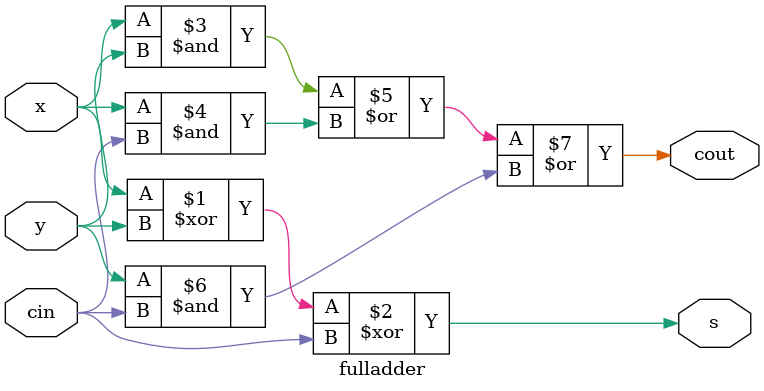
<source format=v>
module fulladder2p2(
  input x1, x0, y1, y0,
  output c, s1, s0
);
wire c1;
  fulladder a0(x0, y0, 0, s0, c1);
  fulladder a1(x1, y1, c1, s1, c);
endmodule

module fulladder(
  input x, y, cin,
  output s, cout
);

assign s = x ^ y ^ cin;
assign cout = x&y | x&cin | y&cin;

endmodule
</source>
